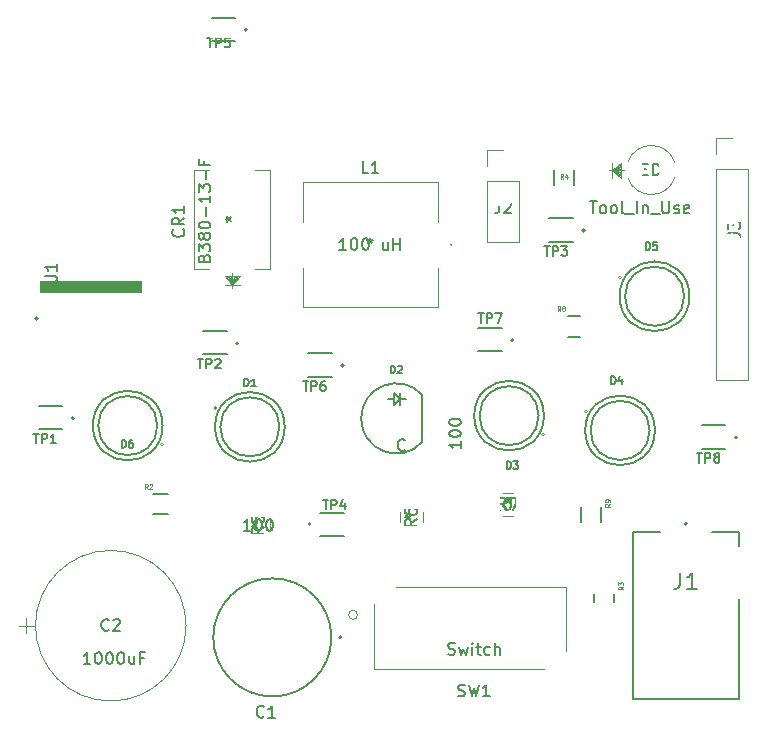
<source format=gto>
G04 #@! TF.GenerationSoftware,KiCad,Pcbnew,(5.1.10-1-10_14)*
G04 #@! TF.CreationDate,2021-11-10T19:43:01-05:00*
G04 #@! TF.ProjectId,tool_circuit,746f6f6c-5f63-4697-9263-7569742e6b69,1.0*
G04 #@! TF.SameCoordinates,Original*
G04 #@! TF.FileFunction,Legend,Top*
G04 #@! TF.FilePolarity,Positive*
%FSLAX46Y46*%
G04 Gerber Fmt 4.6, Leading zero omitted, Abs format (unit mm)*
G04 Created by KiCad (PCBNEW (5.1.10-1-10_14)) date 2021-11-10 19:43:01*
%MOMM*%
%LPD*%
G01*
G04 APERTURE LIST*
%ADD10C,0.120000*%
%ADD11C,0.127000*%
%ADD12C,0.200000*%
%ADD13C,0.100000*%
%ADD14C,0.010000*%
%ADD15C,0.150000*%
%ADD16C,0.098425*%
%ADD17C,1.473200*%
%ADD18C,1.371600*%
%ADD19C,1.301600*%
%ADD20C,1.609600*%
%ADD21C,2.006600*%
%ADD22C,1.498600*%
%ADD23O,1.801600X1.801600*%
%ADD24O,2.001600X3.901600*%
%ADD25O,3.901600X2.001600*%
G04 APERTURE END LIST*
D10*
X100392600Y-96600000D02*
X101662600Y-96600000D01*
X101027600Y-95965000D02*
X101027600Y-97235000D01*
X114540400Y-96600000D02*
G75*
G03*
X114540400Y-96600000I-6375400J0D01*
G01*
X151334200Y-57382400D02*
X151334200Y-58652400D01*
X150572200Y-58017400D02*
X151334200Y-58144400D01*
X150572200Y-58017400D02*
X151334200Y-58271400D01*
X150572200Y-58017400D02*
X151334200Y-58398400D01*
X150572200Y-58017400D02*
X151334200Y-58525400D01*
X150572200Y-58017400D02*
X151334200Y-58652400D01*
X150572200Y-58017400D02*
X151334200Y-57890400D01*
X150572200Y-58017400D02*
X151334200Y-57763400D01*
X150572200Y-58017400D02*
X151334200Y-57636400D01*
X150572200Y-58017400D02*
X151334200Y-57509400D01*
X150572200Y-58017400D02*
X151334200Y-57382400D01*
X150572200Y-57382400D02*
X150572200Y-58652400D01*
X151588200Y-58017400D02*
X150318200Y-58017400D01*
X151950813Y-57353592D02*
G75*
G02*
X155899187Y-57353592I1974187J-663808D01*
G01*
X155899187Y-58681208D02*
G75*
G02*
X151950813Y-58681208I-1974187J663808D01*
G01*
D11*
X126844800Y-97590600D02*
G75*
G03*
X126844800Y-97590600I-5000000J0D01*
G01*
D12*
X127694800Y-97590600D02*
G75*
G03*
X127694800Y-97590600I-100000J0D01*
G01*
D11*
X157154400Y-68710800D02*
G75*
G03*
X157154400Y-68710800I-2950000J0D01*
G01*
X156704400Y-68710800D02*
G75*
G03*
X156704400Y-68710800I-2500000J0D01*
G01*
D13*
X151431400Y-67110800D02*
G75*
G03*
X151431400Y-67110800I-127000J0D01*
G01*
D11*
X111738400Y-85437600D02*
X112978400Y-85437600D01*
X111738400Y-87137600D02*
X112978400Y-87137600D01*
X112552000Y-79658200D02*
G75*
G03*
X112552000Y-79658200I-2950000J0D01*
G01*
X112102000Y-79658200D02*
G75*
G03*
X112102000Y-79658200I-2500000J0D01*
G01*
D13*
X112629000Y-81258200D02*
G75*
G03*
X112629000Y-81258200I-127000J0D01*
G01*
D10*
X130455400Y-100257600D02*
X144848931Y-100257600D01*
X146711400Y-98759185D02*
X146711400Y-93298000D01*
X146711400Y-93298000D02*
X132317869Y-93298000D01*
X130455400Y-94796415D02*
X130455400Y-100257600D01*
X129058400Y-95685600D02*
G75*
G03*
X129058400Y-95685600I-381000J0D01*
G01*
X135840200Y-59071500D02*
X124410200Y-59071500D01*
X124410200Y-59071500D02*
X124410200Y-62383660D01*
X124410200Y-69612500D02*
X135840200Y-69612500D01*
X135840200Y-69612500D02*
X135840200Y-66300340D01*
X135840200Y-62383660D02*
X135840200Y-59071500D01*
X124410200Y-66300340D02*
X124410200Y-69612500D01*
X137059400Y-64342000D02*
G75*
G03*
X137059400Y-64342000I-76200J0D01*
G01*
D11*
X154233400Y-80064600D02*
G75*
G03*
X154233400Y-80064600I-2950000J0D01*
G01*
X153783400Y-80064600D02*
G75*
G03*
X153783400Y-80064600I-2500000J0D01*
G01*
D13*
X148510400Y-78464600D02*
G75*
G03*
X148510400Y-78464600I-127000J0D01*
G01*
D14*
G36*
X102210600Y-68359840D02*
G01*
X102210600Y-67390000D01*
X103882820Y-67390000D01*
X103882820Y-68359840D01*
X102210600Y-68359840D01*
G37*
X102210600Y-68359840D02*
X102210600Y-67390000D01*
X103882820Y-67390000D01*
X103882820Y-68359840D01*
X102210600Y-68359840D01*
G36*
X103912400Y-68355830D02*
G01*
X103912400Y-67390000D01*
X105588609Y-67390000D01*
X105588609Y-68355830D01*
X103912400Y-68355830D01*
G37*
X103912400Y-68355830D02*
X103912400Y-67390000D01*
X105588609Y-67390000D01*
X105588609Y-68355830D01*
X103912400Y-68355830D01*
G36*
X105614200Y-68355590D02*
G01*
X105614200Y-67390000D01*
X107290715Y-67390000D01*
X107290715Y-68355590D01*
X105614200Y-68355590D01*
G37*
X105614200Y-68355590D02*
X105614200Y-67390000D01*
X107290715Y-67390000D01*
X107290715Y-68355590D01*
X105614200Y-68355590D01*
G36*
X107316000Y-68356510D02*
G01*
X107316000Y-67390000D01*
X108993570Y-67390000D01*
X108993570Y-68356510D01*
X107316000Y-68356510D01*
G37*
X107316000Y-68356510D02*
X107316000Y-67390000D01*
X108993570Y-67390000D01*
X108993570Y-68356510D01*
X107316000Y-68356510D01*
G36*
X109017800Y-68359380D02*
G01*
X109017800Y-67390000D01*
X110700430Y-67390000D01*
X110700430Y-68359380D01*
X109017800Y-68359380D01*
G37*
X109017800Y-68359380D02*
X109017800Y-67390000D01*
X110700430Y-67390000D01*
X110700430Y-68359380D01*
X109017800Y-68359380D01*
D11*
X102007400Y-70590400D02*
G75*
G03*
X102007400Y-70590400I-127000J0D01*
G01*
X149644200Y-86513400D02*
X149644200Y-87853400D01*
X147944200Y-86513400D02*
X147944200Y-87853400D01*
X146849000Y-70370800D02*
X147909000Y-70370800D01*
X146849000Y-72130800D02*
X147909000Y-72130800D01*
D10*
X142212850Y-85335100D02*
X141354750Y-85335100D01*
X141354750Y-87290900D02*
X142212850Y-87290900D01*
X132627100Y-87001550D02*
X132627100Y-87859650D01*
X134582900Y-87859650D02*
X134582900Y-87001550D01*
X119673100Y-87687350D02*
X119673100Y-88545450D01*
X121628900Y-88545450D02*
X121628900Y-87687350D01*
D11*
X145709000Y-59315600D02*
X145709000Y-57975600D01*
X147409000Y-59315600D02*
X147409000Y-57975600D01*
X150761800Y-93894000D02*
X150761800Y-94594000D01*
X149061800Y-93894000D02*
X149061800Y-94594000D01*
X144835400Y-78820000D02*
G75*
G03*
X144835400Y-78820000I-2950000J0D01*
G01*
X144385400Y-78820000D02*
G75*
G03*
X144385400Y-78820000I-2500000J0D01*
G01*
D13*
X144912400Y-80420000D02*
G75*
G03*
X144912400Y-80420000I-127000J0D01*
G01*
D11*
X133135000Y-77373600D02*
X132635000Y-77373600D01*
X132635000Y-77373600D02*
X132635000Y-77873600D01*
X132635000Y-77373600D02*
X132635000Y-76873600D01*
X132635000Y-77373600D02*
X132135000Y-77873600D01*
X132135000Y-77873600D02*
X132135000Y-77373600D01*
X132135000Y-77373600D02*
X132135000Y-76873600D01*
X132135000Y-76873600D02*
X132635000Y-77373600D01*
X132135000Y-77373600D02*
X131635000Y-77373600D01*
X134535000Y-77048600D02*
X134535000Y-81048600D01*
X134535000Y-77048599D02*
G75*
G03*
X134535000Y-81048600I-2200015J-2000001D01*
G01*
X134535000Y-77048599D02*
G75*
G03*
X134535000Y-81048600I-2200015J-2000001D01*
G01*
D10*
X118441200Y-66753001D02*
X118441200Y-68023001D01*
X117806200Y-67769001D02*
X119076200Y-67769001D01*
X118441200Y-67769001D02*
X117806200Y-67007001D01*
X118441200Y-67769001D02*
X117933200Y-67007001D01*
X118441200Y-67769001D02*
X118060200Y-67007001D01*
X118441200Y-67769001D02*
X118187200Y-67007001D01*
X118441200Y-67769001D02*
X118314200Y-67007001D01*
X118441200Y-67769001D02*
X119076200Y-67007001D01*
X118441200Y-67769001D02*
X118949200Y-67007001D01*
X118441200Y-67769001D02*
X118822200Y-67007001D01*
X118441200Y-67769001D02*
X118695200Y-67007001D01*
X118441200Y-67769001D02*
X118568200Y-67007001D01*
X117806200Y-67007001D02*
X119076200Y-67007001D01*
X121678199Y-66372001D02*
X121678199Y-57987999D01*
X121678199Y-57987999D02*
X120363941Y-57987999D01*
X115204201Y-57987999D02*
X115204201Y-66372001D01*
X115204201Y-66372001D02*
X116518459Y-66372001D01*
X120363941Y-66372001D02*
X121678199Y-66372001D01*
X116518459Y-57987999D02*
X115204201Y-57987999D01*
X140047400Y-56357200D02*
X141377400Y-56357200D01*
X140047400Y-57687200D02*
X140047400Y-56357200D01*
X140047400Y-58957200D02*
X142707400Y-58957200D01*
X142707400Y-58957200D02*
X142707400Y-64097200D01*
X140047400Y-58957200D02*
X140047400Y-64097200D01*
X140047400Y-64097200D02*
X142707400Y-64097200D01*
X159427600Y-75781200D02*
X162087600Y-75781200D01*
X159427600Y-57941200D02*
X159427600Y-75781200D01*
X162087600Y-57941200D02*
X162087600Y-75781200D01*
X159427600Y-57941200D02*
X162087600Y-57941200D01*
X159427600Y-56671200D02*
X159427600Y-55341200D01*
X159427600Y-55341200D02*
X160757600Y-55341200D01*
D12*
X156946000Y-87955400D02*
G75*
G03*
X156946000Y-87955400I-100000J0D01*
G01*
D11*
X161346000Y-88655400D02*
X161346000Y-89885400D01*
X159066000Y-88655400D02*
X161346000Y-88655400D01*
X161346000Y-102845400D02*
X161346000Y-94325400D01*
X152346000Y-102845400D02*
X161346000Y-102845400D01*
X152346000Y-88655400D02*
X152346000Y-102845400D01*
X154626000Y-88655400D02*
X152346000Y-88655400D01*
X102048800Y-78017800D02*
X104048800Y-78017800D01*
X104048800Y-79977800D02*
X102048800Y-79977800D01*
D12*
X105038800Y-79042800D02*
G75*
G03*
X105038800Y-79042800I-100000J0D01*
G01*
X118958000Y-72692800D02*
G75*
G03*
X118958000Y-72692800I-100000J0D01*
G01*
D11*
X117968000Y-73627800D02*
X115968000Y-73627800D01*
X115968000Y-71667800D02*
X117968000Y-71667800D01*
X145305000Y-62117400D02*
X147305000Y-62117400D01*
X147305000Y-64077400D02*
X145305000Y-64077400D01*
D12*
X148295000Y-63142400D02*
G75*
G03*
X148295000Y-63142400I-100000J0D01*
G01*
X125084000Y-87969800D02*
G75*
G03*
X125084000Y-87969800I-100000J0D01*
G01*
D11*
X125874000Y-87034800D02*
X127874000Y-87034800D01*
X127874000Y-88994800D02*
X125874000Y-88994800D01*
D12*
X119694600Y-46149800D02*
G75*
G03*
X119694600Y-46149800I-100000J0D01*
G01*
D11*
X118704600Y-47084800D02*
X116704600Y-47084800D01*
X116704600Y-45124800D02*
X118704600Y-45124800D01*
X124883400Y-73547400D02*
X126883400Y-73547400D01*
X126883400Y-75507400D02*
X124883400Y-75507400D01*
D12*
X127873400Y-74572400D02*
G75*
G03*
X127873400Y-74572400I-100000J0D01*
G01*
X142249800Y-72413400D02*
G75*
G03*
X142249800Y-72413400I-100000J0D01*
G01*
D11*
X141259800Y-73348400D02*
X139259800Y-73348400D01*
X139259800Y-71388400D02*
X141259800Y-71388400D01*
X158208200Y-79643400D02*
X160208200Y-79643400D01*
X160208200Y-81603400D02*
X158208200Y-81603400D01*
D12*
X161198200Y-80668400D02*
G75*
G03*
X161198200Y-80668400I-100000J0D01*
G01*
D11*
X122889800Y-79759800D02*
G75*
G03*
X122889800Y-79759800I-2950000J0D01*
G01*
X122439800Y-79759800D02*
G75*
G03*
X122439800Y-79759800I-2500000J0D01*
G01*
D13*
X117166800Y-78159800D02*
G75*
G03*
X117166800Y-78159800I-127000J0D01*
G01*
D15*
X107998333Y-96957142D02*
X107950714Y-97004761D01*
X107807857Y-97052380D01*
X107712619Y-97052380D01*
X107569761Y-97004761D01*
X107474523Y-96909523D01*
X107426904Y-96814285D01*
X107379285Y-96623809D01*
X107379285Y-96480952D01*
X107426904Y-96290476D01*
X107474523Y-96195238D01*
X107569761Y-96100000D01*
X107712619Y-96052380D01*
X107807857Y-96052380D01*
X107950714Y-96100000D01*
X107998333Y-96147619D01*
X108379285Y-96147619D02*
X108426904Y-96100000D01*
X108522142Y-96052380D01*
X108760238Y-96052380D01*
X108855476Y-96100000D01*
X108903095Y-96147619D01*
X108950714Y-96242857D01*
X108950714Y-96338095D01*
X108903095Y-96480952D01*
X108331666Y-97052380D01*
X108950714Y-97052380D01*
X106435190Y-99846380D02*
X105863761Y-99846380D01*
X106149476Y-99846380D02*
X106149476Y-98846380D01*
X106054238Y-98989238D01*
X105959000Y-99084476D01*
X105863761Y-99132095D01*
X107054238Y-98846380D02*
X107149476Y-98846380D01*
X107244714Y-98894000D01*
X107292333Y-98941619D01*
X107339952Y-99036857D01*
X107387571Y-99227333D01*
X107387571Y-99465428D01*
X107339952Y-99655904D01*
X107292333Y-99751142D01*
X107244714Y-99798761D01*
X107149476Y-99846380D01*
X107054238Y-99846380D01*
X106959000Y-99798761D01*
X106911380Y-99751142D01*
X106863761Y-99655904D01*
X106816142Y-99465428D01*
X106816142Y-99227333D01*
X106863761Y-99036857D01*
X106911380Y-98941619D01*
X106959000Y-98894000D01*
X107054238Y-98846380D01*
X108006619Y-98846380D02*
X108101857Y-98846380D01*
X108197095Y-98894000D01*
X108244714Y-98941619D01*
X108292333Y-99036857D01*
X108339952Y-99227333D01*
X108339952Y-99465428D01*
X108292333Y-99655904D01*
X108244714Y-99751142D01*
X108197095Y-99798761D01*
X108101857Y-99846380D01*
X108006619Y-99846380D01*
X107911380Y-99798761D01*
X107863761Y-99751142D01*
X107816142Y-99655904D01*
X107768523Y-99465428D01*
X107768523Y-99227333D01*
X107816142Y-99036857D01*
X107863761Y-98941619D01*
X107911380Y-98894000D01*
X108006619Y-98846380D01*
X108959000Y-98846380D02*
X109054238Y-98846380D01*
X109149476Y-98894000D01*
X109197095Y-98941619D01*
X109244714Y-99036857D01*
X109292333Y-99227333D01*
X109292333Y-99465428D01*
X109244714Y-99655904D01*
X109197095Y-99751142D01*
X109149476Y-99798761D01*
X109054238Y-99846380D01*
X108959000Y-99846380D01*
X108863761Y-99798761D01*
X108816142Y-99751142D01*
X108768523Y-99655904D01*
X108720904Y-99465428D01*
X108720904Y-99227333D01*
X108768523Y-99036857D01*
X108816142Y-98941619D01*
X108863761Y-98894000D01*
X108959000Y-98846380D01*
X110149476Y-99179714D02*
X110149476Y-99846380D01*
X109720904Y-99179714D02*
X109720904Y-99703523D01*
X109768523Y-99798761D01*
X109863761Y-99846380D01*
X110006619Y-99846380D01*
X110101857Y-99798761D01*
X110149476Y-99751142D01*
X110959000Y-99322571D02*
X110625666Y-99322571D01*
X110625666Y-99846380D02*
X110625666Y-98846380D01*
X111101857Y-98846380D01*
X105665000Y-96052380D02*
X105665000Y-96290476D01*
X105426904Y-96195238D02*
X105665000Y-96290476D01*
X105903095Y-96195238D01*
X105522142Y-96480952D02*
X105665000Y-96290476D01*
X105807857Y-96480952D01*
X152805952Y-58469780D02*
X152329761Y-58469780D01*
X152329761Y-57469780D01*
X153139285Y-57945971D02*
X153472619Y-57945971D01*
X153615476Y-58469780D02*
X153139285Y-58469780D01*
X153139285Y-57469780D01*
X153615476Y-57469780D01*
X154044047Y-58469780D02*
X154044047Y-57469780D01*
X154282142Y-57469780D01*
X154425000Y-57517400D01*
X154520238Y-57612638D01*
X154567857Y-57707876D01*
X154615476Y-57898352D01*
X154615476Y-58041209D01*
X154567857Y-58231685D01*
X154520238Y-58326923D01*
X154425000Y-58422161D01*
X154282142Y-58469780D01*
X154044047Y-58469780D01*
X155567857Y-58469780D02*
X154996428Y-58469780D01*
X155282142Y-58469780D02*
X155282142Y-57469780D01*
X155186904Y-57612638D01*
X155091666Y-57707876D01*
X154996428Y-57755495D01*
X148723295Y-60670180D02*
X149294723Y-60670180D01*
X149009009Y-61670180D02*
X149009009Y-60670180D01*
X149770914Y-61670180D02*
X149675676Y-61622561D01*
X149628057Y-61574942D01*
X149580438Y-61479704D01*
X149580438Y-61193990D01*
X149628057Y-61098752D01*
X149675676Y-61051133D01*
X149770914Y-61003514D01*
X149913771Y-61003514D01*
X150009009Y-61051133D01*
X150056628Y-61098752D01*
X150104247Y-61193990D01*
X150104247Y-61479704D01*
X150056628Y-61574942D01*
X150009009Y-61622561D01*
X149913771Y-61670180D01*
X149770914Y-61670180D01*
X150675676Y-61670180D02*
X150580438Y-61622561D01*
X150532819Y-61574942D01*
X150485200Y-61479704D01*
X150485200Y-61193990D01*
X150532819Y-61098752D01*
X150580438Y-61051133D01*
X150675676Y-61003514D01*
X150818533Y-61003514D01*
X150913771Y-61051133D01*
X150961390Y-61098752D01*
X151009009Y-61193990D01*
X151009009Y-61479704D01*
X150961390Y-61574942D01*
X150913771Y-61622561D01*
X150818533Y-61670180D01*
X150675676Y-61670180D01*
X151580438Y-61670180D02*
X151485200Y-61622561D01*
X151437580Y-61527323D01*
X151437580Y-60670180D01*
X151723295Y-61765419D02*
X152485200Y-61765419D01*
X152723295Y-61670180D02*
X152723295Y-60670180D01*
X153199485Y-61003514D02*
X153199485Y-61670180D01*
X153199485Y-61098752D02*
X153247104Y-61051133D01*
X153342342Y-61003514D01*
X153485200Y-61003514D01*
X153580438Y-61051133D01*
X153628057Y-61146371D01*
X153628057Y-61670180D01*
X153866152Y-61765419D02*
X154628057Y-61765419D01*
X154866152Y-60670180D02*
X154866152Y-61479704D01*
X154913771Y-61574942D01*
X154961390Y-61622561D01*
X155056628Y-61670180D01*
X155247104Y-61670180D01*
X155342342Y-61622561D01*
X155389961Y-61574942D01*
X155437580Y-61479704D01*
X155437580Y-60670180D01*
X155866152Y-61622561D02*
X155961390Y-61670180D01*
X156151866Y-61670180D01*
X156247104Y-61622561D01*
X156294723Y-61527323D01*
X156294723Y-61479704D01*
X156247104Y-61384466D01*
X156151866Y-61336847D01*
X156009009Y-61336847D01*
X155913771Y-61289228D01*
X155866152Y-61193990D01*
X155866152Y-61146371D01*
X155913771Y-61051133D01*
X156009009Y-61003514D01*
X156151866Y-61003514D01*
X156247104Y-61051133D01*
X157104247Y-61622561D02*
X157009009Y-61670180D01*
X156818533Y-61670180D01*
X156723295Y-61622561D01*
X156675676Y-61527323D01*
X156675676Y-61146371D01*
X156723295Y-61051133D01*
X156818533Y-61003514D01*
X157009009Y-61003514D01*
X157104247Y-61051133D01*
X157151866Y-61146371D01*
X157151866Y-61241609D01*
X156675676Y-61336847D01*
X152655000Y-57469780D02*
X152655000Y-57707876D01*
X152416904Y-57612638D02*
X152655000Y-57707876D01*
X152893095Y-57612638D01*
X152512142Y-57898352D02*
X152655000Y-57707876D01*
X152797857Y-57898352D01*
X121128133Y-104282742D02*
X121080514Y-104330361D01*
X120937657Y-104377980D01*
X120842419Y-104377980D01*
X120699561Y-104330361D01*
X120604323Y-104235123D01*
X120556704Y-104139885D01*
X120509085Y-103949409D01*
X120509085Y-103806552D01*
X120556704Y-103616076D01*
X120604323Y-103520838D01*
X120699561Y-103425600D01*
X120842419Y-103377980D01*
X120937657Y-103377980D01*
X121080514Y-103425600D01*
X121128133Y-103473219D01*
X122080514Y-104377980D02*
X121509085Y-104377980D01*
X121794800Y-104377980D02*
X121794800Y-103377980D01*
X121699561Y-103520838D01*
X121604323Y-103616076D01*
X121509085Y-103663695D01*
X153462722Y-64787058D02*
X153462722Y-64145936D01*
X153615371Y-64145936D01*
X153706959Y-64176466D01*
X153768019Y-64237525D01*
X153798548Y-64298584D01*
X153829078Y-64420702D01*
X153829078Y-64512291D01*
X153798548Y-64634410D01*
X153768019Y-64695469D01*
X153706959Y-64756528D01*
X153615371Y-64787058D01*
X153462722Y-64787058D01*
X154409141Y-64145936D02*
X154103844Y-64145936D01*
X154073315Y-64451232D01*
X154103844Y-64420702D01*
X154164904Y-64390173D01*
X154317552Y-64390173D01*
X154378611Y-64420702D01*
X154409141Y-64451232D01*
X154439670Y-64512291D01*
X154439670Y-64664939D01*
X154409141Y-64725999D01*
X154378611Y-64756528D01*
X154317552Y-64787058D01*
X154164904Y-64787058D01*
X154103844Y-64756528D01*
X154073315Y-64725999D01*
D16*
X111302783Y-85015702D02*
X111171549Y-84828226D01*
X111077811Y-85015702D02*
X111077811Y-84622001D01*
X111227792Y-84622001D01*
X111265287Y-84640749D01*
X111284035Y-84659497D01*
X111302783Y-84696992D01*
X111302783Y-84753235D01*
X111284035Y-84790730D01*
X111265287Y-84809478D01*
X111227792Y-84828226D01*
X111077811Y-84828226D01*
X111452764Y-84659497D02*
X111471512Y-84640749D01*
X111509007Y-84622001D01*
X111602745Y-84622001D01*
X111640241Y-84640749D01*
X111658988Y-84659497D01*
X111677736Y-84696992D01*
X111677736Y-84734487D01*
X111658988Y-84790730D01*
X111434016Y-85015702D01*
X111677736Y-85015702D01*
D15*
X109077990Y-81523031D02*
X109077990Y-80881909D01*
X109230639Y-80881909D01*
X109322227Y-80912439D01*
X109383287Y-80973498D01*
X109413816Y-81034557D01*
X109444346Y-81156675D01*
X109444346Y-81248264D01*
X109413816Y-81370383D01*
X109383287Y-81431442D01*
X109322227Y-81492501D01*
X109230639Y-81523031D01*
X109077990Y-81523031D01*
X109993879Y-80881909D02*
X109871761Y-80881909D01*
X109810701Y-80912439D01*
X109780172Y-80942968D01*
X109719112Y-81034557D01*
X109688583Y-81156675D01*
X109688583Y-81400912D01*
X109719112Y-81461972D01*
X109749642Y-81492501D01*
X109810701Y-81523031D01*
X109932820Y-81523031D01*
X109993879Y-81492501D01*
X110024409Y-81461972D01*
X110054938Y-81400912D01*
X110054938Y-81248264D01*
X110024409Y-81187205D01*
X109993879Y-81156675D01*
X109932820Y-81126146D01*
X109810701Y-81126146D01*
X109749642Y-81156675D01*
X109719112Y-81187205D01*
X109688583Y-81248264D01*
X137580266Y-102541961D02*
X137723123Y-102589580D01*
X137961219Y-102589580D01*
X138056457Y-102541961D01*
X138104076Y-102494342D01*
X138151695Y-102399104D01*
X138151695Y-102303866D01*
X138104076Y-102208628D01*
X138056457Y-102161009D01*
X137961219Y-102113390D01*
X137770742Y-102065771D01*
X137675504Y-102018152D01*
X137627885Y-101970533D01*
X137580266Y-101875295D01*
X137580266Y-101780057D01*
X137627885Y-101684819D01*
X137675504Y-101637200D01*
X137770742Y-101589580D01*
X138008838Y-101589580D01*
X138151695Y-101637200D01*
X138485028Y-101589580D02*
X138723123Y-102589580D01*
X138913600Y-101875295D01*
X139104076Y-102589580D01*
X139342171Y-101589580D01*
X140246933Y-102589580D02*
X139675504Y-102589580D01*
X139961219Y-102589580D02*
X139961219Y-101589580D01*
X139865980Y-101732438D01*
X139770742Y-101827676D01*
X139675504Y-101875295D01*
X136724714Y-99011361D02*
X136867571Y-99058980D01*
X137105666Y-99058980D01*
X137200904Y-99011361D01*
X137248523Y-98963742D01*
X137296142Y-98868504D01*
X137296142Y-98773266D01*
X137248523Y-98678028D01*
X137200904Y-98630409D01*
X137105666Y-98582790D01*
X136915190Y-98535171D01*
X136819952Y-98487552D01*
X136772333Y-98439933D01*
X136724714Y-98344695D01*
X136724714Y-98249457D01*
X136772333Y-98154219D01*
X136819952Y-98106600D01*
X136915190Y-98058980D01*
X137153285Y-98058980D01*
X137296142Y-98106600D01*
X137629476Y-98392314D02*
X137819952Y-99058980D01*
X138010428Y-98582790D01*
X138200904Y-99058980D01*
X138391380Y-98392314D01*
X138772333Y-99058980D02*
X138772333Y-98392314D01*
X138772333Y-98058980D02*
X138724714Y-98106600D01*
X138772333Y-98154219D01*
X138819952Y-98106600D01*
X138772333Y-98058980D01*
X138772333Y-98154219D01*
X139105666Y-98392314D02*
X139486619Y-98392314D01*
X139248523Y-98058980D02*
X139248523Y-98916123D01*
X139296142Y-99011361D01*
X139391380Y-99058980D01*
X139486619Y-99058980D01*
X140248523Y-99011361D02*
X140153285Y-99058980D01*
X139962809Y-99058980D01*
X139867571Y-99011361D01*
X139819952Y-98963742D01*
X139772333Y-98868504D01*
X139772333Y-98582790D01*
X139819952Y-98487552D01*
X139867571Y-98439933D01*
X139962809Y-98392314D01*
X140153285Y-98392314D01*
X140248523Y-98439933D01*
X140677095Y-99058980D02*
X140677095Y-98058980D01*
X141105666Y-99058980D02*
X141105666Y-98535171D01*
X141058047Y-98439933D01*
X140962809Y-98392314D01*
X140819952Y-98392314D01*
X140724714Y-98439933D01*
X140677095Y-98487552D01*
X134595600Y-95137980D02*
X134595600Y-95376076D01*
X134357504Y-95280838D02*
X134595600Y-95376076D01*
X134833695Y-95280838D01*
X134452742Y-95566552D02*
X134595600Y-95376076D01*
X134738457Y-95566552D01*
X129958533Y-58266580D02*
X129482342Y-58266580D01*
X129482342Y-57266580D01*
X130815676Y-58266580D02*
X130244247Y-58266580D01*
X130529961Y-58266580D02*
X130529961Y-57266580D01*
X130434723Y-57409438D01*
X130339485Y-57504676D01*
X130244247Y-57552295D01*
X128101390Y-64794380D02*
X127529961Y-64794380D01*
X127815676Y-64794380D02*
X127815676Y-63794380D01*
X127720438Y-63937238D01*
X127625200Y-64032476D01*
X127529961Y-64080095D01*
X128720438Y-63794380D02*
X128815676Y-63794380D01*
X128910914Y-63842000D01*
X128958533Y-63889619D01*
X129006152Y-63984857D01*
X129053771Y-64175333D01*
X129053771Y-64413428D01*
X129006152Y-64603904D01*
X128958533Y-64699142D01*
X128910914Y-64746761D01*
X128815676Y-64794380D01*
X128720438Y-64794380D01*
X128625200Y-64746761D01*
X128577580Y-64699142D01*
X128529961Y-64603904D01*
X128482342Y-64413428D01*
X128482342Y-64175333D01*
X128529961Y-63984857D01*
X128577580Y-63889619D01*
X128625200Y-63842000D01*
X128720438Y-63794380D01*
X129672819Y-63794380D02*
X129768057Y-63794380D01*
X129863295Y-63842000D01*
X129910914Y-63889619D01*
X129958533Y-63984857D01*
X130006152Y-64175333D01*
X130006152Y-64413428D01*
X129958533Y-64603904D01*
X129910914Y-64699142D01*
X129863295Y-64746761D01*
X129768057Y-64794380D01*
X129672819Y-64794380D01*
X129577580Y-64746761D01*
X129529961Y-64699142D01*
X129482342Y-64603904D01*
X129434723Y-64413428D01*
X129434723Y-64175333D01*
X129482342Y-63984857D01*
X129529961Y-63889619D01*
X129577580Y-63842000D01*
X129672819Y-63794380D01*
X131625200Y-64127714D02*
X131625200Y-64794380D01*
X131196628Y-64127714D02*
X131196628Y-64651523D01*
X131244247Y-64746761D01*
X131339485Y-64794380D01*
X131482342Y-64794380D01*
X131577580Y-64746761D01*
X131625200Y-64699142D01*
X132101390Y-64794380D02*
X132101390Y-63794380D01*
X132101390Y-64270571D02*
X132672819Y-64270571D01*
X132672819Y-64794380D02*
X132672819Y-63794380D01*
X130125200Y-63794380D02*
X130125200Y-64032476D01*
X129887104Y-63937238D02*
X130125200Y-64032476D01*
X130363295Y-63937238D01*
X129982342Y-64222952D02*
X130125200Y-64032476D01*
X130268057Y-64222952D01*
X150540992Y-76137014D02*
X150540992Y-75495264D01*
X150693790Y-75495264D01*
X150785468Y-75525824D01*
X150846587Y-75586943D01*
X150877147Y-75648062D01*
X150907706Y-75770300D01*
X150907706Y-75861978D01*
X150877147Y-75984216D01*
X150846587Y-76045335D01*
X150785468Y-76106454D01*
X150693790Y-76137014D01*
X150540992Y-76137014D01*
X151457778Y-75709181D02*
X151457778Y-76137014D01*
X151304980Y-75464704D02*
X151152182Y-75923097D01*
X151549456Y-75923097D01*
X102602039Y-67543336D02*
X103412659Y-67543336D01*
X103508026Y-67495652D01*
X103555709Y-67447969D01*
X103603393Y-67352602D01*
X103603393Y-67161868D01*
X103555709Y-67066501D01*
X103508026Y-67018817D01*
X103412659Y-66971134D01*
X102602039Y-66971134D01*
X103603393Y-65969780D02*
X103603393Y-66541982D01*
X103603393Y-66255881D02*
X102602039Y-66255881D01*
X102745090Y-66351248D01*
X102840457Y-66446615D01*
X102888140Y-66541982D01*
D16*
X150422302Y-86289016D02*
X150234826Y-86420250D01*
X150422302Y-86513988D02*
X150028601Y-86513988D01*
X150028601Y-86364007D01*
X150047349Y-86326512D01*
X150066097Y-86307764D01*
X150103592Y-86289016D01*
X150159835Y-86289016D01*
X150197330Y-86307764D01*
X150216078Y-86326512D01*
X150234826Y-86364007D01*
X150234826Y-86513988D01*
X150422302Y-86101540D02*
X150422302Y-86026549D01*
X150403555Y-85989054D01*
X150384807Y-85970306D01*
X150328564Y-85932811D01*
X150253573Y-85914063D01*
X150103592Y-85914063D01*
X150066097Y-85932811D01*
X150047349Y-85951558D01*
X150028601Y-85989054D01*
X150028601Y-86064044D01*
X150047349Y-86101540D01*
X150066097Y-86120287D01*
X150103592Y-86139035D01*
X150197330Y-86139035D01*
X150234826Y-86120287D01*
X150253573Y-86101540D01*
X150272321Y-86064044D01*
X150272321Y-85989054D01*
X150253573Y-85951558D01*
X150234826Y-85932811D01*
X150197330Y-85914063D01*
D15*
D16*
X146233383Y-69948902D02*
X146102149Y-69761426D01*
X146008411Y-69948902D02*
X146008411Y-69555201D01*
X146158392Y-69555201D01*
X146195887Y-69573949D01*
X146214635Y-69592697D01*
X146233383Y-69630192D01*
X146233383Y-69686435D01*
X146214635Y-69723930D01*
X146195887Y-69742678D01*
X146158392Y-69761426D01*
X146008411Y-69761426D01*
X146458355Y-69723930D02*
X146420859Y-69705183D01*
X146402112Y-69686435D01*
X146383364Y-69648940D01*
X146383364Y-69630192D01*
X146402112Y-69592697D01*
X146420859Y-69573949D01*
X146458355Y-69555201D01*
X146533345Y-69555201D01*
X146570841Y-69573949D01*
X146589588Y-69592697D01*
X146608336Y-69630192D01*
X146608336Y-69648940D01*
X146589588Y-69686435D01*
X146570841Y-69705183D01*
X146533345Y-69723930D01*
X146458355Y-69723930D01*
X146420859Y-69742678D01*
X146402112Y-69761426D01*
X146383364Y-69798921D01*
X146383364Y-69873912D01*
X146402112Y-69911407D01*
X146420859Y-69930155D01*
X146458355Y-69948902D01*
X146533345Y-69948902D01*
X146570841Y-69930155D01*
X146589588Y-69911407D01*
X146608336Y-69873912D01*
X146608336Y-69798921D01*
X146589588Y-69761426D01*
X146570841Y-69742678D01*
X146533345Y-69723930D01*
D15*
X141617133Y-86765380D02*
X141283800Y-86289190D01*
X141045704Y-86765380D02*
X141045704Y-85765380D01*
X141426657Y-85765380D01*
X141521895Y-85813000D01*
X141569514Y-85860619D01*
X141617133Y-85955857D01*
X141617133Y-86098714D01*
X141569514Y-86193952D01*
X141521895Y-86241571D01*
X141426657Y-86289190D01*
X141045704Y-86289190D01*
X141950466Y-85765380D02*
X142617133Y-85765380D01*
X142188561Y-86765380D01*
X141117133Y-86765380D02*
X140545704Y-86765380D01*
X140831419Y-86765380D02*
X140831419Y-85765380D01*
X140736180Y-85908238D01*
X140640942Y-86003476D01*
X140545704Y-86051095D01*
X141736180Y-85765380D02*
X141831419Y-85765380D01*
X141926657Y-85813000D01*
X141974276Y-85860619D01*
X142021895Y-85955857D01*
X142069514Y-86146333D01*
X142069514Y-86384428D01*
X142021895Y-86574904D01*
X141974276Y-86670142D01*
X141926657Y-86717761D01*
X141831419Y-86765380D01*
X141736180Y-86765380D01*
X141640942Y-86717761D01*
X141593323Y-86670142D01*
X141545704Y-86574904D01*
X141498085Y-86384428D01*
X141498085Y-86146333D01*
X141545704Y-85955857D01*
X141593323Y-85860619D01*
X141640942Y-85813000D01*
X141736180Y-85765380D01*
X142688561Y-85765380D02*
X142783800Y-85765380D01*
X142879038Y-85813000D01*
X142926657Y-85860619D01*
X142974276Y-85955857D01*
X143021895Y-86146333D01*
X143021895Y-86384428D01*
X142974276Y-86574904D01*
X142926657Y-86670142D01*
X142879038Y-86717761D01*
X142783800Y-86765380D01*
X142688561Y-86765380D01*
X142593323Y-86717761D01*
X142545704Y-86670142D01*
X142498085Y-86574904D01*
X142450466Y-86384428D01*
X142450466Y-86146333D01*
X142498085Y-85955857D01*
X142545704Y-85860619D01*
X142593323Y-85813000D01*
X142688561Y-85765380D01*
X141783800Y-85765380D02*
X141783800Y-86003476D01*
X141545704Y-85908238D02*
X141783800Y-86003476D01*
X142021895Y-85908238D01*
X141640942Y-86193952D02*
X141783800Y-86003476D01*
X141926657Y-86193952D01*
X134057380Y-87597266D02*
X133581190Y-87930600D01*
X134057380Y-88168695D02*
X133057380Y-88168695D01*
X133057380Y-87787742D01*
X133105000Y-87692504D01*
X133152619Y-87644885D01*
X133247857Y-87597266D01*
X133390714Y-87597266D01*
X133485952Y-87644885D01*
X133533571Y-87692504D01*
X133581190Y-87787742D01*
X133581190Y-88168695D01*
X133057380Y-86740123D02*
X133057380Y-86930600D01*
X133105000Y-87025838D01*
X133152619Y-87073457D01*
X133295476Y-87168695D01*
X133485952Y-87216314D01*
X133866904Y-87216314D01*
X133962142Y-87168695D01*
X134009761Y-87121076D01*
X134057380Y-87025838D01*
X134057380Y-86835361D01*
X134009761Y-86740123D01*
X133962142Y-86692504D01*
X133866904Y-86644885D01*
X133628809Y-86644885D01*
X133533571Y-86692504D01*
X133485952Y-86740123D01*
X133438333Y-86835361D01*
X133438333Y-87025838D01*
X133485952Y-87121076D01*
X133533571Y-87168695D01*
X133628809Y-87216314D01*
X137816580Y-80985266D02*
X137816580Y-81556695D01*
X137816580Y-81270980D02*
X136816580Y-81270980D01*
X136959438Y-81366219D01*
X137054676Y-81461457D01*
X137102295Y-81556695D01*
X136816580Y-80366219D02*
X136816580Y-80270980D01*
X136864200Y-80175742D01*
X136911819Y-80128123D01*
X137007057Y-80080504D01*
X137197533Y-80032885D01*
X137435628Y-80032885D01*
X137626104Y-80080504D01*
X137721342Y-80128123D01*
X137768961Y-80175742D01*
X137816580Y-80270980D01*
X137816580Y-80366219D01*
X137768961Y-80461457D01*
X137721342Y-80509076D01*
X137626104Y-80556695D01*
X137435628Y-80604314D01*
X137197533Y-80604314D01*
X137007057Y-80556695D01*
X136911819Y-80509076D01*
X136864200Y-80461457D01*
X136816580Y-80366219D01*
X136816580Y-79413838D02*
X136816580Y-79318600D01*
X136864200Y-79223361D01*
X136911819Y-79175742D01*
X137007057Y-79128123D01*
X137197533Y-79080504D01*
X137435628Y-79080504D01*
X137626104Y-79128123D01*
X137721342Y-79175742D01*
X137768961Y-79223361D01*
X137816580Y-79318600D01*
X137816580Y-79413838D01*
X137768961Y-79509076D01*
X137721342Y-79556695D01*
X137626104Y-79604314D01*
X137435628Y-79651933D01*
X137197533Y-79651933D01*
X137007057Y-79604314D01*
X136911819Y-79556695D01*
X136864200Y-79509076D01*
X136816580Y-79413838D01*
X133057380Y-87430600D02*
X133295476Y-87430600D01*
X133200238Y-87668695D02*
X133295476Y-87430600D01*
X133200238Y-87192504D01*
X133485952Y-87573457D02*
X133295476Y-87430600D01*
X133485952Y-87287742D01*
X121103380Y-88283066D02*
X120627190Y-88616400D01*
X121103380Y-88854495D02*
X120103380Y-88854495D01*
X120103380Y-88473542D01*
X120151000Y-88378304D01*
X120198619Y-88330685D01*
X120293857Y-88283066D01*
X120436714Y-88283066D01*
X120531952Y-88330685D01*
X120579571Y-88378304D01*
X120627190Y-88473542D01*
X120627190Y-88854495D01*
X120103380Y-87378304D02*
X120103380Y-87854495D01*
X120579571Y-87902114D01*
X120531952Y-87854495D01*
X120484333Y-87759257D01*
X120484333Y-87521161D01*
X120531952Y-87425923D01*
X120579571Y-87378304D01*
X120674809Y-87330685D01*
X120912904Y-87330685D01*
X121008142Y-87378304D01*
X121055761Y-87425923D01*
X121103380Y-87521161D01*
X121103380Y-87759257D01*
X121055761Y-87854495D01*
X121008142Y-87902114D01*
X119984333Y-88568780D02*
X119412904Y-88568780D01*
X119698619Y-88568780D02*
X119698619Y-87568780D01*
X119603380Y-87711638D01*
X119508142Y-87806876D01*
X119412904Y-87854495D01*
X120603380Y-87568780D02*
X120698619Y-87568780D01*
X120793857Y-87616400D01*
X120841476Y-87664019D01*
X120889095Y-87759257D01*
X120936714Y-87949733D01*
X120936714Y-88187828D01*
X120889095Y-88378304D01*
X120841476Y-88473542D01*
X120793857Y-88521161D01*
X120698619Y-88568780D01*
X120603380Y-88568780D01*
X120508142Y-88521161D01*
X120460523Y-88473542D01*
X120412904Y-88378304D01*
X120365285Y-88187828D01*
X120365285Y-87949733D01*
X120412904Y-87759257D01*
X120460523Y-87664019D01*
X120508142Y-87616400D01*
X120603380Y-87568780D01*
X121555761Y-87568780D02*
X121651000Y-87568780D01*
X121746238Y-87616400D01*
X121793857Y-87664019D01*
X121841476Y-87759257D01*
X121889095Y-87949733D01*
X121889095Y-88187828D01*
X121841476Y-88378304D01*
X121793857Y-88473542D01*
X121746238Y-88521161D01*
X121651000Y-88568780D01*
X121555761Y-88568780D01*
X121460523Y-88521161D01*
X121412904Y-88473542D01*
X121365285Y-88378304D01*
X121317666Y-88187828D01*
X121317666Y-87949733D01*
X121365285Y-87759257D01*
X121412904Y-87664019D01*
X121460523Y-87616400D01*
X121555761Y-87568780D01*
X120103380Y-88116400D02*
X120341476Y-88116400D01*
X120246238Y-88354495D02*
X120341476Y-88116400D01*
X120246238Y-87878304D01*
X120531952Y-88259257D02*
X120341476Y-88116400D01*
X120531952Y-87973542D01*
D16*
X146493383Y-58740702D02*
X146362149Y-58553226D01*
X146268411Y-58740702D02*
X146268411Y-58347001D01*
X146418392Y-58347001D01*
X146455887Y-58365749D01*
X146474635Y-58384497D01*
X146493383Y-58421992D01*
X146493383Y-58478235D01*
X146474635Y-58515730D01*
X146455887Y-58534478D01*
X146418392Y-58553226D01*
X146268411Y-58553226D01*
X146830841Y-58478235D02*
X146830841Y-58740702D01*
X146737102Y-58328254D02*
X146643364Y-58609469D01*
X146887084Y-58609469D01*
D15*
D16*
X151539902Y-93299616D02*
X151352426Y-93430850D01*
X151539902Y-93524588D02*
X151146201Y-93524588D01*
X151146201Y-93374607D01*
X151164949Y-93337112D01*
X151183697Y-93318364D01*
X151221192Y-93299616D01*
X151277435Y-93299616D01*
X151314930Y-93318364D01*
X151333678Y-93337112D01*
X151352426Y-93374607D01*
X151352426Y-93524588D01*
X151146201Y-93168383D02*
X151146201Y-92924663D01*
X151296183Y-93055897D01*
X151296183Y-92999654D01*
X151314930Y-92962158D01*
X151333678Y-92943411D01*
X151371173Y-92924663D01*
X151464912Y-92924663D01*
X151502407Y-92943411D01*
X151521155Y-92962158D01*
X151539902Y-92999654D01*
X151539902Y-93112140D01*
X151521155Y-93149635D01*
X151502407Y-93168383D01*
D15*
X141680658Y-83323804D02*
X141680658Y-82682682D01*
X141833307Y-82682682D01*
X141924895Y-82713212D01*
X141985955Y-82774271D01*
X142016484Y-82835330D01*
X142047014Y-82957448D01*
X142047014Y-83049037D01*
X142016484Y-83171156D01*
X141985955Y-83232215D01*
X141924895Y-83293274D01*
X141833307Y-83323804D01*
X141680658Y-83323804D01*
X142260721Y-82682682D02*
X142657606Y-82682682D01*
X142443899Y-82926919D01*
X142535488Y-82926919D01*
X142596547Y-82957448D01*
X142627077Y-82987978D01*
X142657606Y-83049037D01*
X142657606Y-83201685D01*
X142627077Y-83262745D01*
X142596547Y-83293274D01*
X142535488Y-83323804D01*
X142352310Y-83323804D01*
X142291251Y-83293274D01*
X142260721Y-83262745D01*
X131854619Y-75221723D02*
X131854619Y-74581723D01*
X132007000Y-74581723D01*
X132098428Y-74612200D01*
X132159380Y-74673152D01*
X132189857Y-74734104D01*
X132220333Y-74856009D01*
X132220333Y-74947438D01*
X132189857Y-75069342D01*
X132159380Y-75130295D01*
X132098428Y-75191247D01*
X132007000Y-75221723D01*
X131854619Y-75221723D01*
X132464142Y-74642676D02*
X132494619Y-74612200D01*
X132555571Y-74581723D01*
X132707952Y-74581723D01*
X132768904Y-74612200D01*
X132799380Y-74642676D01*
X132829857Y-74703628D01*
X132829857Y-74764580D01*
X132799380Y-74856009D01*
X132433666Y-75221723D01*
X132829857Y-75221723D01*
X133064523Y-81705742D02*
X133016904Y-81753361D01*
X132874047Y-81800980D01*
X132778809Y-81800980D01*
X132635952Y-81753361D01*
X132540714Y-81658123D01*
X132493095Y-81562885D01*
X132445476Y-81372409D01*
X132445476Y-81229552D01*
X132493095Y-81039076D01*
X132540714Y-80943838D01*
X132635952Y-80848600D01*
X132778809Y-80800980D01*
X132874047Y-80800980D01*
X133016904Y-80848600D01*
X133064523Y-80896219D01*
X114289842Y-63052866D02*
X114337461Y-63100485D01*
X114385080Y-63243342D01*
X114385080Y-63338580D01*
X114337461Y-63481438D01*
X114242223Y-63576676D01*
X114146985Y-63624295D01*
X113956509Y-63671914D01*
X113813652Y-63671914D01*
X113623176Y-63624295D01*
X113527938Y-63576676D01*
X113432700Y-63481438D01*
X113385080Y-63338580D01*
X113385080Y-63243342D01*
X113432700Y-63100485D01*
X113480319Y-63052866D01*
X114385080Y-62052866D02*
X113908890Y-62386200D01*
X114385080Y-62624295D02*
X113385080Y-62624295D01*
X113385080Y-62243342D01*
X113432700Y-62148104D01*
X113480319Y-62100485D01*
X113575557Y-62052866D01*
X113718414Y-62052866D01*
X113813652Y-62100485D01*
X113861271Y-62148104D01*
X113908890Y-62243342D01*
X113908890Y-62624295D01*
X114385080Y-61100485D02*
X114385080Y-61671914D01*
X114385080Y-61386200D02*
X113385080Y-61386200D01*
X113527938Y-61481438D01*
X113623176Y-61576676D01*
X113670795Y-61671914D01*
X116083771Y-65473390D02*
X116131390Y-65330533D01*
X116179009Y-65282914D01*
X116274247Y-65235295D01*
X116417104Y-65235295D01*
X116512342Y-65282914D01*
X116559961Y-65330533D01*
X116607580Y-65425771D01*
X116607580Y-65806723D01*
X115607580Y-65806723D01*
X115607580Y-65473390D01*
X115655200Y-65378152D01*
X115702819Y-65330533D01*
X115798057Y-65282914D01*
X115893295Y-65282914D01*
X115988533Y-65330533D01*
X116036152Y-65378152D01*
X116083771Y-65473390D01*
X116083771Y-65806723D01*
X115607580Y-64901961D02*
X115607580Y-64282914D01*
X115988533Y-64616247D01*
X115988533Y-64473390D01*
X116036152Y-64378152D01*
X116083771Y-64330533D01*
X116179009Y-64282914D01*
X116417104Y-64282914D01*
X116512342Y-64330533D01*
X116559961Y-64378152D01*
X116607580Y-64473390D01*
X116607580Y-64759104D01*
X116559961Y-64854342D01*
X116512342Y-64901961D01*
X116036152Y-63711485D02*
X115988533Y-63806723D01*
X115940914Y-63854342D01*
X115845676Y-63901961D01*
X115798057Y-63901961D01*
X115702819Y-63854342D01*
X115655200Y-63806723D01*
X115607580Y-63711485D01*
X115607580Y-63521009D01*
X115655200Y-63425771D01*
X115702819Y-63378152D01*
X115798057Y-63330533D01*
X115845676Y-63330533D01*
X115940914Y-63378152D01*
X115988533Y-63425771D01*
X116036152Y-63521009D01*
X116036152Y-63711485D01*
X116083771Y-63806723D01*
X116131390Y-63854342D01*
X116226628Y-63901961D01*
X116417104Y-63901961D01*
X116512342Y-63854342D01*
X116559961Y-63806723D01*
X116607580Y-63711485D01*
X116607580Y-63521009D01*
X116559961Y-63425771D01*
X116512342Y-63378152D01*
X116417104Y-63330533D01*
X116226628Y-63330533D01*
X116131390Y-63378152D01*
X116083771Y-63425771D01*
X116036152Y-63521009D01*
X115607580Y-62711485D02*
X115607580Y-62616247D01*
X115655200Y-62521009D01*
X115702819Y-62473390D01*
X115798057Y-62425771D01*
X115988533Y-62378152D01*
X116226628Y-62378152D01*
X116417104Y-62425771D01*
X116512342Y-62473390D01*
X116559961Y-62521009D01*
X116607580Y-62616247D01*
X116607580Y-62711485D01*
X116559961Y-62806723D01*
X116512342Y-62854342D01*
X116417104Y-62901961D01*
X116226628Y-62949580D01*
X115988533Y-62949580D01*
X115798057Y-62901961D01*
X115702819Y-62854342D01*
X115655200Y-62806723D01*
X115607580Y-62711485D01*
X116226628Y-61949580D02*
X116226628Y-61187676D01*
X116607580Y-60187676D02*
X116607580Y-60759104D01*
X116607580Y-60473390D02*
X115607580Y-60473390D01*
X115750438Y-60568628D01*
X115845676Y-60663866D01*
X115893295Y-60759104D01*
X115607580Y-59854342D02*
X115607580Y-59235295D01*
X115988533Y-59568628D01*
X115988533Y-59425771D01*
X116036152Y-59330533D01*
X116083771Y-59282914D01*
X116179009Y-59235295D01*
X116417104Y-59235295D01*
X116512342Y-59282914D01*
X116559961Y-59330533D01*
X116607580Y-59425771D01*
X116607580Y-59711485D01*
X116559961Y-59806723D01*
X116512342Y-59854342D01*
X116226628Y-58806723D02*
X116226628Y-58044819D01*
X116083771Y-57235295D02*
X116083771Y-57568628D01*
X116607580Y-57568628D02*
X115607580Y-57568628D01*
X115607580Y-57092438D01*
X117893580Y-62180000D02*
X118131676Y-62180000D01*
X118036438Y-62418095D02*
X118131676Y-62180000D01*
X118036438Y-61941904D01*
X118322152Y-62322857D02*
X118131676Y-62180000D01*
X118322152Y-62037142D01*
X141044066Y-60695580D02*
X141044066Y-61409866D01*
X140996447Y-61552723D01*
X140901209Y-61647961D01*
X140758352Y-61695580D01*
X140663114Y-61695580D01*
X141472638Y-60790819D02*
X141520257Y-60743200D01*
X141615495Y-60695580D01*
X141853590Y-60695580D01*
X141948828Y-60743200D01*
X141996447Y-60790819D01*
X142044066Y-60886057D01*
X142044066Y-60981295D01*
X141996447Y-61124152D01*
X141425019Y-61695580D01*
X142044066Y-61695580D01*
X160463980Y-63354533D02*
X161178266Y-63354533D01*
X161321123Y-63402152D01*
X161416361Y-63497390D01*
X161463980Y-63640247D01*
X161463980Y-63735485D01*
X160463980Y-62973580D02*
X160463980Y-62354533D01*
X160844933Y-62687866D01*
X160844933Y-62545009D01*
X160892552Y-62449771D01*
X160940171Y-62402152D01*
X161035409Y-62354533D01*
X161273504Y-62354533D01*
X161368742Y-62402152D01*
X161416361Y-62449771D01*
X161463980Y-62545009D01*
X161463980Y-62830723D01*
X161416361Y-62925961D01*
X161368742Y-62973580D01*
X156379333Y-92100733D02*
X156379333Y-93100733D01*
X156312666Y-93300733D01*
X156179333Y-93434066D01*
X155979333Y-93500733D01*
X155846000Y-93500733D01*
X157779333Y-93500733D02*
X156979333Y-93500733D01*
X157379333Y-93500733D02*
X157379333Y-92100733D01*
X157246000Y-92300733D01*
X157112666Y-92434066D01*
X156979333Y-92500733D01*
X101599276Y-80367704D02*
X102056419Y-80367704D01*
X101827847Y-81167704D02*
X101827847Y-80367704D01*
X102323085Y-81167704D02*
X102323085Y-80367704D01*
X102627847Y-80367704D01*
X102704038Y-80405800D01*
X102742133Y-80443895D01*
X102780228Y-80520085D01*
X102780228Y-80634371D01*
X102742133Y-80710561D01*
X102704038Y-80748657D01*
X102627847Y-80786752D01*
X102323085Y-80786752D01*
X103542133Y-81167704D02*
X103084990Y-81167704D01*
X103313561Y-81167704D02*
X103313561Y-80367704D01*
X103237371Y-80481990D01*
X103161180Y-80558180D01*
X103084990Y-80596276D01*
X115518476Y-74017704D02*
X115975619Y-74017704D01*
X115747047Y-74817704D02*
X115747047Y-74017704D01*
X116242285Y-74817704D02*
X116242285Y-74017704D01*
X116547047Y-74017704D01*
X116623238Y-74055800D01*
X116661333Y-74093895D01*
X116699428Y-74170085D01*
X116699428Y-74284371D01*
X116661333Y-74360561D01*
X116623238Y-74398657D01*
X116547047Y-74436752D01*
X116242285Y-74436752D01*
X117004190Y-74093895D02*
X117042285Y-74055800D01*
X117118476Y-74017704D01*
X117308952Y-74017704D01*
X117385142Y-74055800D01*
X117423238Y-74093895D01*
X117461333Y-74170085D01*
X117461333Y-74246276D01*
X117423238Y-74360561D01*
X116966095Y-74817704D01*
X117461333Y-74817704D01*
X144855476Y-64467304D02*
X145312619Y-64467304D01*
X145084047Y-65267304D02*
X145084047Y-64467304D01*
X145579285Y-65267304D02*
X145579285Y-64467304D01*
X145884047Y-64467304D01*
X145960238Y-64505400D01*
X145998333Y-64543495D01*
X146036428Y-64619685D01*
X146036428Y-64733971D01*
X145998333Y-64810161D01*
X145960238Y-64848257D01*
X145884047Y-64886352D01*
X145579285Y-64886352D01*
X146303095Y-64467304D02*
X146798333Y-64467304D01*
X146531666Y-64772066D01*
X146645952Y-64772066D01*
X146722142Y-64810161D01*
X146760238Y-64848257D01*
X146798333Y-64924447D01*
X146798333Y-65114923D01*
X146760238Y-65191114D01*
X146722142Y-65229209D01*
X146645952Y-65267304D01*
X146417380Y-65267304D01*
X146341190Y-65229209D01*
X146303095Y-65191114D01*
X126118476Y-85951104D02*
X126575619Y-85951104D01*
X126347047Y-86751104D02*
X126347047Y-85951104D01*
X126842285Y-86751104D02*
X126842285Y-85951104D01*
X127147047Y-85951104D01*
X127223238Y-85989200D01*
X127261333Y-86027295D01*
X127299428Y-86103485D01*
X127299428Y-86217771D01*
X127261333Y-86293961D01*
X127223238Y-86332057D01*
X127147047Y-86370152D01*
X126842285Y-86370152D01*
X127985142Y-86217771D02*
X127985142Y-86751104D01*
X127794666Y-85913009D02*
X127604190Y-86484438D01*
X128099428Y-86484438D01*
X116314076Y-46809704D02*
X116771219Y-46809704D01*
X116542647Y-47609704D02*
X116542647Y-46809704D01*
X117037885Y-47609704D02*
X117037885Y-46809704D01*
X117342647Y-46809704D01*
X117418838Y-46847800D01*
X117456933Y-46885895D01*
X117495028Y-46962085D01*
X117495028Y-47076371D01*
X117456933Y-47152561D01*
X117418838Y-47190657D01*
X117342647Y-47228752D01*
X117037885Y-47228752D01*
X118218838Y-46809704D02*
X117837885Y-46809704D01*
X117799790Y-47190657D01*
X117837885Y-47152561D01*
X117914076Y-47114466D01*
X118104552Y-47114466D01*
X118180742Y-47152561D01*
X118218838Y-47190657D01*
X118256933Y-47266847D01*
X118256933Y-47457323D01*
X118218838Y-47533514D01*
X118180742Y-47571609D01*
X118104552Y-47609704D01*
X117914076Y-47609704D01*
X117837885Y-47571609D01*
X117799790Y-47533514D01*
X124433876Y-75897304D02*
X124891019Y-75897304D01*
X124662447Y-76697304D02*
X124662447Y-75897304D01*
X125157685Y-76697304D02*
X125157685Y-75897304D01*
X125462447Y-75897304D01*
X125538638Y-75935400D01*
X125576733Y-75973495D01*
X125614828Y-76049685D01*
X125614828Y-76163971D01*
X125576733Y-76240161D01*
X125538638Y-76278257D01*
X125462447Y-76316352D01*
X125157685Y-76316352D01*
X126300542Y-75897304D02*
X126148161Y-75897304D01*
X126071971Y-75935400D01*
X126033876Y-75973495D01*
X125957685Y-76087780D01*
X125919590Y-76240161D01*
X125919590Y-76544923D01*
X125957685Y-76621114D01*
X125995780Y-76659209D01*
X126071971Y-76697304D01*
X126224352Y-76697304D01*
X126300542Y-76659209D01*
X126338638Y-76621114D01*
X126376733Y-76544923D01*
X126376733Y-76354447D01*
X126338638Y-76278257D01*
X126300542Y-76240161D01*
X126224352Y-76202066D01*
X126071971Y-76202066D01*
X125995780Y-76240161D01*
X125957685Y-76278257D01*
X125919590Y-76354447D01*
X139275676Y-70152304D02*
X139732819Y-70152304D01*
X139504247Y-70952304D02*
X139504247Y-70152304D01*
X139999485Y-70952304D02*
X139999485Y-70152304D01*
X140304247Y-70152304D01*
X140380438Y-70190400D01*
X140418533Y-70228495D01*
X140456628Y-70304685D01*
X140456628Y-70418971D01*
X140418533Y-70495161D01*
X140380438Y-70533257D01*
X140304247Y-70571352D01*
X139999485Y-70571352D01*
X140723295Y-70152304D02*
X141256628Y-70152304D01*
X140913771Y-70952304D01*
X157758676Y-81993304D02*
X158215819Y-81993304D01*
X157987247Y-82793304D02*
X157987247Y-81993304D01*
X158482485Y-82793304D02*
X158482485Y-81993304D01*
X158787247Y-81993304D01*
X158863438Y-82031400D01*
X158901533Y-82069495D01*
X158939628Y-82145685D01*
X158939628Y-82259971D01*
X158901533Y-82336161D01*
X158863438Y-82374257D01*
X158787247Y-82412352D01*
X158482485Y-82412352D01*
X159396771Y-82336161D02*
X159320580Y-82298066D01*
X159282485Y-82259971D01*
X159244390Y-82183780D01*
X159244390Y-82145685D01*
X159282485Y-82069495D01*
X159320580Y-82031400D01*
X159396771Y-81993304D01*
X159549152Y-81993304D01*
X159625342Y-82031400D01*
X159663438Y-82069495D01*
X159701533Y-82145685D01*
X159701533Y-82183780D01*
X159663438Y-82259971D01*
X159625342Y-82298066D01*
X159549152Y-82336161D01*
X159396771Y-82336161D01*
X159320580Y-82374257D01*
X159282485Y-82412352D01*
X159244390Y-82488542D01*
X159244390Y-82640923D01*
X159282485Y-82717114D01*
X159320580Y-82755209D01*
X159396771Y-82793304D01*
X159549152Y-82793304D01*
X159625342Y-82755209D01*
X159663438Y-82717114D01*
X159701533Y-82640923D01*
X159701533Y-82488542D01*
X159663438Y-82412352D01*
X159625342Y-82374257D01*
X159549152Y-82336161D01*
X119466590Y-76316031D02*
X119466590Y-75674909D01*
X119619239Y-75674909D01*
X119710827Y-75705439D01*
X119771887Y-75766498D01*
X119802416Y-75827557D01*
X119832946Y-75949675D01*
X119832946Y-76041264D01*
X119802416Y-76163383D01*
X119771887Y-76224442D01*
X119710827Y-76285501D01*
X119619239Y-76316031D01*
X119466590Y-76316031D01*
X120443538Y-76316031D02*
X120077183Y-76316031D01*
X120260361Y-76316031D02*
X120260361Y-75674909D01*
X120199301Y-75766498D01*
X120138242Y-75827557D01*
X120077183Y-75858087D01*
%LPC*%
D17*
X110665000Y-96600000D03*
X105665000Y-96600000D03*
D18*
X152655000Y-58017400D03*
X155195000Y-58017400D03*
D19*
X119344800Y-97590600D03*
G36*
G01*
X124995600Y-96990600D02*
X124995600Y-98190600D01*
G75*
G02*
X124944800Y-98241400I-50800J0D01*
G01*
X123744800Y-98241400D01*
G75*
G02*
X123694000Y-98190600I0J50800D01*
G01*
X123694000Y-96990600D01*
G75*
G02*
X123744800Y-96939800I50800J0D01*
G01*
X124944800Y-96939800D01*
G75*
G02*
X124995600Y-96990600I0J-50800D01*
G01*
G37*
G36*
G01*
X152129600Y-69464800D02*
X152129600Y-67956800D01*
G75*
G02*
X152180400Y-67906000I50800J0D01*
G01*
X153688400Y-67906000D01*
G75*
G02*
X153739200Y-67956800I0J-50800D01*
G01*
X153739200Y-69464800D01*
G75*
G02*
X153688400Y-69515600I-50800J0D01*
G01*
X152180400Y-69515600D01*
G75*
G02*
X152129600Y-69464800I0J50800D01*
G01*
G37*
D20*
X155474400Y-68710800D03*
G36*
G01*
X113242600Y-87147600D02*
X113242600Y-85427600D01*
G75*
G02*
X113293400Y-85376800I50800J0D01*
G01*
X114343400Y-85376800D01*
G75*
G02*
X114394200Y-85427600I0J-50800D01*
G01*
X114394200Y-87147600D01*
G75*
G02*
X114343400Y-87198400I-50800J0D01*
G01*
X113293400Y-87198400D01*
G75*
G02*
X113242600Y-87147600I0J50800D01*
G01*
G37*
G36*
G01*
X110322600Y-87147600D02*
X110322600Y-85427600D01*
G75*
G02*
X110373400Y-85376800I50800J0D01*
G01*
X111423400Y-85376800D01*
G75*
G02*
X111474200Y-85427600I0J-50800D01*
G01*
X111474200Y-87147600D01*
G75*
G02*
X111423400Y-87198400I-50800J0D01*
G01*
X110373400Y-87198400D01*
G75*
G02*
X110322600Y-87147600I0J50800D01*
G01*
G37*
G36*
G01*
X111676800Y-78904200D02*
X111676800Y-80412200D01*
G75*
G02*
X111626000Y-80463000I-50800J0D01*
G01*
X110118000Y-80463000D01*
G75*
G02*
X110067200Y-80412200I0J50800D01*
G01*
X110067200Y-78904200D01*
G75*
G02*
X110118000Y-78853400I50800J0D01*
G01*
X111626000Y-78853400D01*
G75*
G02*
X111676800Y-78904200I0J-50800D01*
G01*
G37*
X108332000Y-79658200D03*
D21*
X146076400Y-99876600D03*
X131090400Y-93679000D03*
D22*
X142571200Y-95685600D03*
X138583400Y-95685600D03*
X134595600Y-95685600D03*
G36*
G01*
X124384800Y-62665600D02*
X127305800Y-62665600D01*
G75*
G02*
X127356600Y-62716400I0J-50800D01*
G01*
X127356600Y-65967600D01*
G75*
G02*
X127305800Y-66018400I-50800J0D01*
G01*
X124384800Y-66018400D01*
G75*
G02*
X124334000Y-65967600I0J50800D01*
G01*
X124334000Y-62716400D01*
G75*
G02*
X124384800Y-62665600I50800J0D01*
G01*
G37*
G36*
G01*
X132944600Y-62665600D02*
X135865600Y-62665600D01*
G75*
G02*
X135916400Y-62716400I0J-50800D01*
G01*
X135916400Y-65967600D01*
G75*
G02*
X135865600Y-66018400I-50800J0D01*
G01*
X132944600Y-66018400D01*
G75*
G02*
X132893800Y-65967600I0J50800D01*
G01*
X132893800Y-62716400D01*
G75*
G02*
X132944600Y-62665600I50800J0D01*
G01*
G37*
G36*
G01*
X149208600Y-80818600D02*
X149208600Y-79310600D01*
G75*
G02*
X149259400Y-79259800I50800J0D01*
G01*
X150767400Y-79259800D01*
G75*
G02*
X150818200Y-79310600I0J-50800D01*
G01*
X150818200Y-80818600D01*
G75*
G02*
X150767400Y-80869400I-50800J0D01*
G01*
X149259400Y-80869400D01*
G75*
G02*
X149208600Y-80818600I0J50800D01*
G01*
G37*
D20*
X152553400Y-80064600D03*
G36*
G01*
X110389400Y-71582400D02*
X109322600Y-71582400D01*
G75*
G02*
X109271800Y-71531600I0J50800D01*
G01*
X109271800Y-68531600D01*
G75*
G02*
X109322600Y-68480800I50800J0D01*
G01*
X110389400Y-68480800D01*
G75*
G02*
X110440200Y-68531600I0J-50800D01*
G01*
X110440200Y-71531600D01*
G75*
G02*
X110389400Y-71582400I-50800J0D01*
G01*
G37*
G36*
G01*
X108687600Y-71582400D02*
X107620800Y-71582400D01*
G75*
G02*
X107570000Y-71531600I0J50800D01*
G01*
X107570000Y-68531600D01*
G75*
G02*
X107620800Y-68480800I50800J0D01*
G01*
X108687600Y-68480800D01*
G75*
G02*
X108738400Y-68531600I0J-50800D01*
G01*
X108738400Y-71531600D01*
G75*
G02*
X108687600Y-71582400I-50800J0D01*
G01*
G37*
G36*
G01*
X106985800Y-71582400D02*
X105919000Y-71582400D01*
G75*
G02*
X105868200Y-71531600I0J50800D01*
G01*
X105868200Y-68531600D01*
G75*
G02*
X105919000Y-68480800I50800J0D01*
G01*
X106985800Y-68480800D01*
G75*
G02*
X107036600Y-68531600I0J-50800D01*
G01*
X107036600Y-71531600D01*
G75*
G02*
X106985800Y-71582400I-50800J0D01*
G01*
G37*
G36*
G01*
X105284000Y-71582400D02*
X104217200Y-71582400D01*
G75*
G02*
X104166400Y-71531600I0J50800D01*
G01*
X104166400Y-68531600D01*
G75*
G02*
X104217200Y-68480800I50800J0D01*
G01*
X105284000Y-68480800D01*
G75*
G02*
X105334800Y-68531600I0J-50800D01*
G01*
X105334800Y-71531600D01*
G75*
G02*
X105284000Y-71582400I-50800J0D01*
G01*
G37*
G36*
G01*
X103582200Y-71582400D02*
X102515400Y-71582400D01*
G75*
G02*
X102464600Y-71531600I0J50800D01*
G01*
X102464600Y-68531600D01*
G75*
G02*
X102515400Y-68480800I50800J0D01*
G01*
X103582200Y-68480800D01*
G75*
G02*
X103633000Y-68531600I0J-50800D01*
G01*
X103633000Y-71531600D01*
G75*
G02*
X103582200Y-71582400I-50800J0D01*
G01*
G37*
G36*
G01*
X111852400Y-65956200D02*
X101052400Y-65956200D01*
G75*
G02*
X101001600Y-65905400I0J50800D01*
G01*
X101001600Y-55495400D01*
G75*
G02*
X101052400Y-55444600I50800J0D01*
G01*
X111852400Y-55444600D01*
G75*
G02*
X111903200Y-55495400I0J-50800D01*
G01*
X111903200Y-65905400D01*
G75*
G02*
X111852400Y-65956200I-50800J0D01*
G01*
G37*
G36*
G01*
X147929200Y-88127600D02*
X149659200Y-88127600D01*
G75*
G02*
X149710000Y-88178400I0J-50800D01*
G01*
X149710000Y-89148400D01*
G75*
G02*
X149659200Y-89199200I-50800J0D01*
G01*
X147929200Y-89199200D01*
G75*
G02*
X147878400Y-89148400I0J50800D01*
G01*
X147878400Y-88178400D01*
G75*
G02*
X147929200Y-88127600I50800J0D01*
G01*
G37*
G36*
G01*
X147929200Y-85167600D02*
X149659200Y-85167600D01*
G75*
G02*
X149710000Y-85218400I0J-50800D01*
G01*
X149710000Y-86188400D01*
G75*
G02*
X149659200Y-86239200I-50800J0D01*
G01*
X147929200Y-86239200D01*
G75*
G02*
X147878400Y-86188400I0J50800D01*
G01*
X147878400Y-85218400D01*
G75*
G02*
X147929200Y-85167600I50800J0D01*
G01*
G37*
G36*
G01*
X148179200Y-72135800D02*
X148179200Y-70365800D01*
G75*
G02*
X148230000Y-70315000I50800J0D01*
G01*
X149460000Y-70315000D01*
G75*
G02*
X149510800Y-70365800I0J-50800D01*
G01*
X149510800Y-72135800D01*
G75*
G02*
X149460000Y-72186600I-50800J0D01*
G01*
X148230000Y-72186600D01*
G75*
G02*
X148179200Y-72135800I0J50800D01*
G01*
G37*
G36*
G01*
X145247200Y-72135800D02*
X145247200Y-70365800D01*
G75*
G02*
X145298000Y-70315000I50800J0D01*
G01*
X146528000Y-70315000D01*
G75*
G02*
X146578800Y-70365800I0J-50800D01*
G01*
X146578800Y-72135800D01*
G75*
G02*
X146528000Y-72186600I-50800J0D01*
G01*
X145298000Y-72186600D01*
G75*
G02*
X145247200Y-72135800I0J50800D01*
G01*
G37*
G36*
G01*
X141098000Y-85462100D02*
X141098000Y-87163900D01*
G75*
G02*
X141047200Y-87214700I-50800J0D01*
G01*
X139929600Y-87214700D01*
G75*
G02*
X139878800Y-87163900I0J50800D01*
G01*
X139878800Y-85462100D01*
G75*
G02*
X139929600Y-85411300I50800J0D01*
G01*
X141047200Y-85411300D01*
G75*
G02*
X141098000Y-85462100I0J-50800D01*
G01*
G37*
G36*
G01*
X143688800Y-85462100D02*
X143688800Y-87163900D01*
G75*
G02*
X143638000Y-87214700I-50800J0D01*
G01*
X142520400Y-87214700D01*
G75*
G02*
X142469600Y-87163900I0J50800D01*
G01*
X142469600Y-85462100D01*
G75*
G02*
X142520400Y-85411300I50800J0D01*
G01*
X143638000Y-85411300D01*
G75*
G02*
X143688800Y-85462100I0J-50800D01*
G01*
G37*
G36*
G01*
X132754100Y-88116400D02*
X134455900Y-88116400D01*
G75*
G02*
X134506700Y-88167200I0J-50800D01*
G01*
X134506700Y-89284800D01*
G75*
G02*
X134455900Y-89335600I-50800J0D01*
G01*
X132754100Y-89335600D01*
G75*
G02*
X132703300Y-89284800I0J50800D01*
G01*
X132703300Y-88167200D01*
G75*
G02*
X132754100Y-88116400I50800J0D01*
G01*
G37*
G36*
G01*
X132754100Y-85525600D02*
X134455900Y-85525600D01*
G75*
G02*
X134506700Y-85576400I0J-50800D01*
G01*
X134506700Y-86694000D01*
G75*
G02*
X134455900Y-86744800I-50800J0D01*
G01*
X132754100Y-86744800D01*
G75*
G02*
X132703300Y-86694000I0J50800D01*
G01*
X132703300Y-85576400D01*
G75*
G02*
X132754100Y-85525600I50800J0D01*
G01*
G37*
G36*
G01*
X119800100Y-88802200D02*
X121501900Y-88802200D01*
G75*
G02*
X121552700Y-88853000I0J-50800D01*
G01*
X121552700Y-89970600D01*
G75*
G02*
X121501900Y-90021400I-50800J0D01*
G01*
X119800100Y-90021400D01*
G75*
G02*
X119749300Y-89970600I0J50800D01*
G01*
X119749300Y-88853000D01*
G75*
G02*
X119800100Y-88802200I50800J0D01*
G01*
G37*
G36*
G01*
X119800100Y-86211400D02*
X121501900Y-86211400D01*
G75*
G02*
X121552700Y-86262200I0J-50800D01*
G01*
X121552700Y-87379800D01*
G75*
G02*
X121501900Y-87430600I-50800J0D01*
G01*
X119800100Y-87430600D01*
G75*
G02*
X119749300Y-87379800I0J50800D01*
G01*
X119749300Y-86262200D01*
G75*
G02*
X119800100Y-86211400I50800J0D01*
G01*
G37*
G36*
G01*
X147424000Y-57701400D02*
X145694000Y-57701400D01*
G75*
G02*
X145643200Y-57650600I0J50800D01*
G01*
X145643200Y-56680600D01*
G75*
G02*
X145694000Y-56629800I50800J0D01*
G01*
X147424000Y-56629800D01*
G75*
G02*
X147474800Y-56680600I0J-50800D01*
G01*
X147474800Y-57650600D01*
G75*
G02*
X147424000Y-57701400I-50800J0D01*
G01*
G37*
G36*
G01*
X147424000Y-60661400D02*
X145694000Y-60661400D01*
G75*
G02*
X145643200Y-60610600I0J50800D01*
G01*
X145643200Y-59640600D01*
G75*
G02*
X145694000Y-59589800I50800J0D01*
G01*
X147424000Y-59589800D01*
G75*
G02*
X147474800Y-59640600I0J-50800D01*
G01*
X147474800Y-60610600D01*
G75*
G02*
X147424000Y-60661400I-50800J0D01*
G01*
G37*
G36*
G01*
X149051800Y-94863200D02*
X150771800Y-94863200D01*
G75*
G02*
X150822600Y-94914000I0J-50800D01*
G01*
X150822600Y-96254000D01*
G75*
G02*
X150771800Y-96304800I-50800J0D01*
G01*
X149051800Y-96304800D01*
G75*
G02*
X149001000Y-96254000I0J50800D01*
G01*
X149001000Y-94914000D01*
G75*
G02*
X149051800Y-94863200I50800J0D01*
G01*
G37*
G36*
G01*
X149051800Y-92183200D02*
X150771800Y-92183200D01*
G75*
G02*
X150822600Y-92234000I0J-50800D01*
G01*
X150822600Y-93574000D01*
G75*
G02*
X150771800Y-93624800I-50800J0D01*
G01*
X149051800Y-93624800D01*
G75*
G02*
X149001000Y-93574000I0J50800D01*
G01*
X149001000Y-92234000D01*
G75*
G02*
X149051800Y-92183200I50800J0D01*
G01*
G37*
G36*
G01*
X143960200Y-78066000D02*
X143960200Y-79574000D01*
G75*
G02*
X143909400Y-79624800I-50800J0D01*
G01*
X142401400Y-79624800D01*
G75*
G02*
X142350600Y-79574000I0J50800D01*
G01*
X142350600Y-78066000D01*
G75*
G02*
X142401400Y-78015200I50800J0D01*
G01*
X143909400Y-78015200D01*
G75*
G02*
X143960200Y-78066000I0J-50800D01*
G01*
G37*
X140615400Y-78820000D03*
X133605000Y-79048600D03*
X131065000Y-79048600D03*
G36*
G01*
X120082000Y-57962600D02*
X120082000Y-60143000D01*
G75*
G02*
X120031200Y-60193800I-50800J0D01*
G01*
X116851200Y-60193800D01*
G75*
G02*
X116800400Y-60143000I0J50800D01*
G01*
X116800400Y-57962600D01*
G75*
G02*
X116851200Y-57911800I50800J0D01*
G01*
X120031200Y-57911800D01*
G75*
G02*
X120082000Y-57962600I0J-50800D01*
G01*
G37*
G36*
G01*
X120082000Y-64217000D02*
X120082000Y-66397400D01*
G75*
G02*
X120031200Y-66448200I-50800J0D01*
G01*
X116851200Y-66448200D01*
G75*
G02*
X116800400Y-66397400I0J50800D01*
G01*
X116800400Y-64217000D01*
G75*
G02*
X116851200Y-64166200I50800J0D01*
G01*
X120031200Y-64166200D01*
G75*
G02*
X120082000Y-64217000I0J-50800D01*
G01*
G37*
G36*
G01*
X140476600Y-58537200D02*
X140476600Y-56837200D01*
G75*
G02*
X140527400Y-56786400I50800J0D01*
G01*
X142227400Y-56786400D01*
G75*
G02*
X142278200Y-56837200I0J-50800D01*
G01*
X142278200Y-58537200D01*
G75*
G02*
X142227400Y-58588000I-50800J0D01*
G01*
X140527400Y-58588000D01*
G75*
G02*
X140476600Y-58537200I0J50800D01*
G01*
G37*
D23*
X141377400Y-60227200D03*
X141377400Y-62767200D03*
G36*
G01*
X159856800Y-57521200D02*
X159856800Y-55821200D01*
G75*
G02*
X159907600Y-55770400I50800J0D01*
G01*
X161607600Y-55770400D01*
G75*
G02*
X161658400Y-55821200I0J-50800D01*
G01*
X161658400Y-57521200D01*
G75*
G02*
X161607600Y-57572000I-50800J0D01*
G01*
X159907600Y-57572000D01*
G75*
G02*
X159856800Y-57521200I0J50800D01*
G01*
G37*
X160757600Y-59211200D03*
X160757600Y-61751200D03*
X160757600Y-64291200D03*
X160757600Y-66831200D03*
X160757600Y-69371200D03*
X160757600Y-71911200D03*
X160757600Y-74451200D03*
D24*
X161496000Y-92105400D03*
D25*
X156846000Y-95355400D03*
X156846000Y-89425400D03*
G36*
G01*
X104199600Y-78297800D02*
X104199600Y-79697800D01*
G75*
G02*
X104148800Y-79748600I-50800J0D01*
G01*
X101948800Y-79748600D01*
G75*
G02*
X101898000Y-79697800I0J50800D01*
G01*
X101898000Y-78297800D01*
G75*
G02*
X101948800Y-78247000I50800J0D01*
G01*
X104148800Y-78247000D01*
G75*
G02*
X104199600Y-78297800I0J-50800D01*
G01*
G37*
G36*
G01*
X118118800Y-71947800D02*
X118118800Y-73347800D01*
G75*
G02*
X118068000Y-73398600I-50800J0D01*
G01*
X115868000Y-73398600D01*
G75*
G02*
X115817200Y-73347800I0J50800D01*
G01*
X115817200Y-71947800D01*
G75*
G02*
X115868000Y-71897000I50800J0D01*
G01*
X118068000Y-71897000D01*
G75*
G02*
X118118800Y-71947800I0J-50800D01*
G01*
G37*
G36*
G01*
X147455800Y-62397400D02*
X147455800Y-63797400D01*
G75*
G02*
X147405000Y-63848200I-50800J0D01*
G01*
X145205000Y-63848200D01*
G75*
G02*
X145154200Y-63797400I0J50800D01*
G01*
X145154200Y-62397400D01*
G75*
G02*
X145205000Y-62346600I50800J0D01*
G01*
X147405000Y-62346600D01*
G75*
G02*
X147455800Y-62397400I0J-50800D01*
G01*
G37*
G36*
G01*
X125723200Y-88714800D02*
X125723200Y-87314800D01*
G75*
G02*
X125774000Y-87264000I50800J0D01*
G01*
X127974000Y-87264000D01*
G75*
G02*
X128024800Y-87314800I0J-50800D01*
G01*
X128024800Y-88714800D01*
G75*
G02*
X127974000Y-88765600I-50800J0D01*
G01*
X125774000Y-88765600D01*
G75*
G02*
X125723200Y-88714800I0J50800D01*
G01*
G37*
G36*
G01*
X118855400Y-45404800D02*
X118855400Y-46804800D01*
G75*
G02*
X118804600Y-46855600I-50800J0D01*
G01*
X116604600Y-46855600D01*
G75*
G02*
X116553800Y-46804800I0J50800D01*
G01*
X116553800Y-45404800D01*
G75*
G02*
X116604600Y-45354000I50800J0D01*
G01*
X118804600Y-45354000D01*
G75*
G02*
X118855400Y-45404800I0J-50800D01*
G01*
G37*
G36*
G01*
X127034200Y-73827400D02*
X127034200Y-75227400D01*
G75*
G02*
X126983400Y-75278200I-50800J0D01*
G01*
X124783400Y-75278200D01*
G75*
G02*
X124732600Y-75227400I0J50800D01*
G01*
X124732600Y-73827400D01*
G75*
G02*
X124783400Y-73776600I50800J0D01*
G01*
X126983400Y-73776600D01*
G75*
G02*
X127034200Y-73827400I0J-50800D01*
G01*
G37*
G36*
G01*
X141410600Y-71668400D02*
X141410600Y-73068400D01*
G75*
G02*
X141359800Y-73119200I-50800J0D01*
G01*
X139159800Y-73119200D01*
G75*
G02*
X139109000Y-73068400I0J50800D01*
G01*
X139109000Y-71668400D01*
G75*
G02*
X139159800Y-71617600I50800J0D01*
G01*
X141359800Y-71617600D01*
G75*
G02*
X141410600Y-71668400I0J-50800D01*
G01*
G37*
G36*
G01*
X160359000Y-79923400D02*
X160359000Y-81323400D01*
G75*
G02*
X160308200Y-81374200I-50800J0D01*
G01*
X158108200Y-81374200D01*
G75*
G02*
X158057400Y-81323400I0J50800D01*
G01*
X158057400Y-79923400D01*
G75*
G02*
X158108200Y-79872600I50800J0D01*
G01*
X160308200Y-79872600D01*
G75*
G02*
X160359000Y-79923400I0J-50800D01*
G01*
G37*
G36*
G01*
X117865000Y-80513800D02*
X117865000Y-79005800D01*
G75*
G02*
X117915800Y-78955000I50800J0D01*
G01*
X119423800Y-78955000D01*
G75*
G02*
X119474600Y-79005800I0J-50800D01*
G01*
X119474600Y-80513800D01*
G75*
G02*
X119423800Y-80564600I-50800J0D01*
G01*
X117915800Y-80564600D01*
G75*
G02*
X117865000Y-80513800I0J50800D01*
G01*
G37*
D20*
X121209800Y-79759800D03*
G36*
G01*
X107405800Y-52112800D02*
X109105800Y-52112800D01*
G75*
G02*
X109156600Y-52163600I0J-50800D01*
G01*
X109156600Y-53863600D01*
G75*
G02*
X109105800Y-53914400I-50800J0D01*
G01*
X107405800Y-53914400D01*
G75*
G02*
X107355000Y-53863600I0J50800D01*
G01*
X107355000Y-52163600D01*
G75*
G02*
X107405800Y-52112800I50800J0D01*
G01*
G37*
D23*
X108255800Y-50473600D03*
X110795800Y-53013600D03*
X110795800Y-50473600D03*
X113335800Y-53013600D03*
X113335800Y-50473600D03*
X115875800Y-53013600D03*
X115875800Y-50473600D03*
X118415800Y-53013600D03*
X118415800Y-50473600D03*
X120955800Y-53013600D03*
X120955800Y-50473600D03*
X123495800Y-53013600D03*
X123495800Y-50473600D03*
X126035800Y-53013600D03*
X126035800Y-50473600D03*
X128575800Y-53013600D03*
X128575800Y-50473600D03*
X131115800Y-53013600D03*
X131115800Y-50473600D03*
X133655800Y-53013600D03*
X133655800Y-50473600D03*
X136195800Y-53013600D03*
X136195800Y-50473600D03*
X138735800Y-53013600D03*
X138735800Y-50473600D03*
X141275800Y-53013600D03*
X141275800Y-50473600D03*
X143815800Y-53013600D03*
X143815800Y-50473600D03*
X146355800Y-53013600D03*
X146355800Y-50473600D03*
X148895800Y-53013600D03*
X148895800Y-50473600D03*
X151435800Y-53013600D03*
X151435800Y-50473600D03*
X153975800Y-53013600D03*
X153975800Y-50473600D03*
X156515800Y-53013600D03*
X156515800Y-50473600D03*
M02*

</source>
